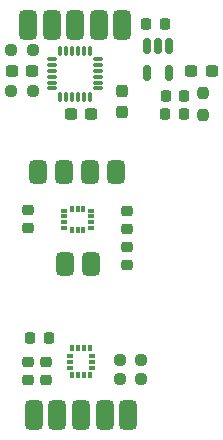
<source format=gbr>
%TF.GenerationSoftware,KiCad,Pcbnew,8.0.8*%
%TF.CreationDate,2025-04-24T20:49:58+02:00*%
%TF.ProjectId,IMU_PCBs,494d555f-5043-4427-932e-6b696361645f,rev?*%
%TF.SameCoordinates,Original*%
%TF.FileFunction,Paste,Top*%
%TF.FilePolarity,Positive*%
%FSLAX46Y46*%
G04 Gerber Fmt 4.6, Leading zero omitted, Abs format (unit mm)*
G04 Created by KiCad (PCBNEW 8.0.8) date 2025-04-24 20:49:58*
%MOMM*%
%LPD*%
G01*
G04 APERTURE LIST*
G04 Aperture macros list*
%AMRoundRect*
0 Rectangle with rounded corners*
0 $1 Rounding radius*
0 $2 $3 $4 $5 $6 $7 $8 $9 X,Y pos of 4 corners*
0 Add a 4 corners polygon primitive as box body*
4,1,4,$2,$3,$4,$5,$6,$7,$8,$9,$2,$3,0*
0 Add four circle primitives for the rounded corners*
1,1,$1+$1,$2,$3*
1,1,$1+$1,$4,$5*
1,1,$1+$1,$6,$7*
1,1,$1+$1,$8,$9*
0 Add four rect primitives between the rounded corners*
20,1,$1+$1,$2,$3,$4,$5,0*
20,1,$1+$1,$4,$5,$6,$7,0*
20,1,$1+$1,$6,$7,$8,$9,0*
20,1,$1+$1,$8,$9,$2,$3,0*%
G04 Aperture macros list end*
%ADD10RoundRect,0.225000X0.250000X-0.225000X0.250000X0.225000X-0.250000X0.225000X-0.250000X-0.225000X0*%
%ADD11RoundRect,0.087500X-0.207500X-0.087500X0.207500X-0.087500X0.207500X0.087500X-0.207500X0.087500X0*%
%ADD12RoundRect,0.087500X-0.087500X-0.207500X0.087500X-0.207500X0.087500X0.207500X-0.087500X0.207500X0*%
%ADD13RoundRect,0.375000X-0.375000X0.625000X-0.375000X-0.625000X0.375000X-0.625000X0.375000X0.625000X0*%
%ADD14RoundRect,0.225000X-0.250000X0.225000X-0.250000X-0.225000X0.250000X-0.225000X0.250000X0.225000X0*%
%ADD15RoundRect,0.375000X0.375000X-0.625000X0.375000X0.625000X-0.375000X0.625000X-0.375000X-0.625000X0*%
%ADD16RoundRect,0.237500X0.250000X0.237500X-0.250000X0.237500X-0.250000X-0.237500X0.250000X-0.237500X0*%
%ADD17RoundRect,0.087500X-0.087500X0.207500X-0.087500X-0.207500X0.087500X-0.207500X0.087500X0.207500X0*%
%ADD18RoundRect,0.087500X-0.207500X0.087500X-0.207500X-0.087500X0.207500X-0.087500X0.207500X0.087500X0*%
%ADD19RoundRect,0.375000X0.375000X-0.875000X0.375000X0.875000X-0.375000X0.875000X-0.375000X-0.875000X0*%
%ADD20RoundRect,0.225000X0.225000X0.250000X-0.225000X0.250000X-0.225000X-0.250000X0.225000X-0.250000X0*%
%ADD21RoundRect,0.218750X-0.218750X-0.256250X0.218750X-0.256250X0.218750X0.256250X-0.218750X0.256250X0*%
%ADD22RoundRect,0.237500X0.300000X0.237500X-0.300000X0.237500X-0.300000X-0.237500X0.300000X-0.237500X0*%
%ADD23RoundRect,0.237500X-0.250000X-0.237500X0.250000X-0.237500X0.250000X0.237500X-0.250000X0.237500X0*%
%ADD24RoundRect,0.237500X0.237500X-0.300000X0.237500X0.300000X-0.237500X0.300000X-0.237500X-0.300000X0*%
%ADD25RoundRect,0.375000X-0.375000X0.875000X-0.375000X-0.875000X0.375000X-0.875000X0.375000X0.875000X0*%
%ADD26RoundRect,0.225000X-0.225000X-0.250000X0.225000X-0.250000X0.225000X0.250000X-0.225000X0.250000X0*%
%ADD27RoundRect,0.075000X0.075000X-0.350000X0.075000X0.350000X-0.075000X0.350000X-0.075000X-0.350000X0*%
%ADD28RoundRect,0.075000X0.350000X0.075000X-0.350000X0.075000X-0.350000X-0.075000X0.350000X-0.075000X0*%
%ADD29RoundRect,0.237500X-0.300000X-0.237500X0.300000X-0.237500X0.300000X0.237500X-0.300000X0.237500X0*%
%ADD30RoundRect,0.237500X-0.237500X0.250000X-0.237500X-0.250000X0.237500X-0.250000X0.237500X0.250000X0*%
%ADD31RoundRect,0.150000X-0.150000X0.512500X-0.150000X-0.512500X0.150000X-0.512500X0.150000X0.512500X0*%
G04 APERTURE END LIST*
D10*
%TO.C,C2*%
X133080000Y-75270000D03*
X133080000Y-73720000D03*
%TD*%
D11*
%TO.C,U1*%
X127715000Y-73720000D03*
X127715000Y-74220000D03*
X127715000Y-74720000D03*
X127715000Y-75220000D03*
D12*
X128380000Y-75385000D03*
X128880000Y-75385000D03*
X129380000Y-75385000D03*
D11*
X130045000Y-75220000D03*
X130045000Y-74720000D03*
X130045000Y-74220000D03*
X130045000Y-73720000D03*
D12*
X129380000Y-73555000D03*
X128880000Y-73555000D03*
X128380000Y-73555000D03*
%TD*%
D13*
%TO.C,J1*%
X132130000Y-70470000D03*
X129930000Y-70470000D03*
X127730000Y-70470000D03*
X125530000Y-70470000D03*
%TD*%
D14*
%TO.C,C3*%
X133080000Y-76820000D03*
X133080000Y-78370000D03*
%TD*%
D15*
%TO.C,J2*%
X127780000Y-78270000D03*
X129980000Y-78270000D03*
%TD*%
D14*
%TO.C,C1*%
X124680000Y-73670000D03*
X124680000Y-75220000D03*
%TD*%
D10*
%TO.C,C2*%
X124670000Y-88060000D03*
X124670000Y-86510000D03*
%TD*%
D16*
%TO.C,R2*%
X134295000Y-87960000D03*
X132470000Y-87960000D03*
%TD*%
D17*
%TO.C,U1*%
X129920000Y-85345000D03*
X129420000Y-85345000D03*
X128920000Y-85345000D03*
X128420000Y-85345000D03*
D18*
X128255000Y-86010000D03*
X128255000Y-86510000D03*
X128255000Y-87010000D03*
D17*
X128420000Y-87675000D03*
X128920000Y-87675000D03*
X129420000Y-87675000D03*
X129920000Y-87675000D03*
D18*
X130085000Y-87010000D03*
X130085000Y-86510000D03*
X130085000Y-86010000D03*
%TD*%
D19*
%TO.C,IMU_Conn1*%
X125170000Y-91010000D03*
X127170000Y-91010000D03*
X129170000Y-91010000D03*
X131170000Y-91010000D03*
X133170000Y-91010000D03*
%TD*%
D20*
%TO.C,C3*%
X126445000Y-84510000D03*
X124895000Y-84510000D03*
%TD*%
D10*
%TO.C,C1*%
X126170000Y-88060000D03*
X126170000Y-86510000D03*
%TD*%
D16*
%TO.C,R1*%
X134282500Y-86410000D03*
X132457500Y-86410000D03*
%TD*%
D21*
%TO.C,D1*%
X136305000Y-65580000D03*
X137880000Y-65580000D03*
%TD*%
D22*
%TO.C,C3*%
X130030000Y-65580000D03*
X128305000Y-65580000D03*
%TD*%
D23*
%TO.C,R2*%
X123255000Y-63630000D03*
X125080000Y-63630000D03*
%TD*%
D24*
%TO.C,C1*%
X132680000Y-65342500D03*
X132680000Y-63617500D03*
%TD*%
D22*
%TO.C,C2*%
X125042500Y-61930000D03*
X123317500Y-61930000D03*
%TD*%
D25*
%TO.C,IMU_Conn1*%
X132680000Y-58030000D03*
X130680000Y-58030000D03*
X128680000Y-58030000D03*
X126680000Y-58030000D03*
X124680000Y-58030000D03*
%TD*%
D26*
%TO.C,C6*%
X134705000Y-57930000D03*
X136255000Y-57930000D03*
%TD*%
D27*
%TO.C,U1*%
X127430000Y-64080000D03*
X127930000Y-64080000D03*
X128430000Y-64080000D03*
X128930000Y-64080000D03*
X129430000Y-64080000D03*
X129930000Y-64080000D03*
D28*
X130630000Y-63380000D03*
X130630000Y-62880000D03*
X130630000Y-62380000D03*
X130630000Y-61880000D03*
X130630000Y-61380000D03*
X130630000Y-60880000D03*
D27*
X129930000Y-60180000D03*
X129430000Y-60180000D03*
X128930000Y-60180000D03*
X128430000Y-60180000D03*
X127930000Y-60180000D03*
X127430000Y-60180000D03*
D28*
X126730000Y-60880000D03*
X126730000Y-61380000D03*
X126730000Y-61880000D03*
X126730000Y-62380000D03*
X126730000Y-62880000D03*
X126730000Y-63380000D03*
%TD*%
D20*
%TO.C,C5*%
X137880000Y-63980000D03*
X136330000Y-63980000D03*
%TD*%
D29*
%TO.C,C4*%
X138517500Y-61930000D03*
X140242500Y-61930000D03*
%TD*%
D23*
%TO.C,R3*%
X123255000Y-60130000D03*
X125080000Y-60130000D03*
%TD*%
D30*
%TO.C,R1*%
X139480000Y-63767500D03*
X139480000Y-65592500D03*
%TD*%
D31*
%TO.C,U2*%
X136630000Y-59792500D03*
X135680000Y-59792500D03*
X134730000Y-59792500D03*
X134730000Y-62067500D03*
X136630000Y-62067500D03*
%TD*%
M02*

</source>
